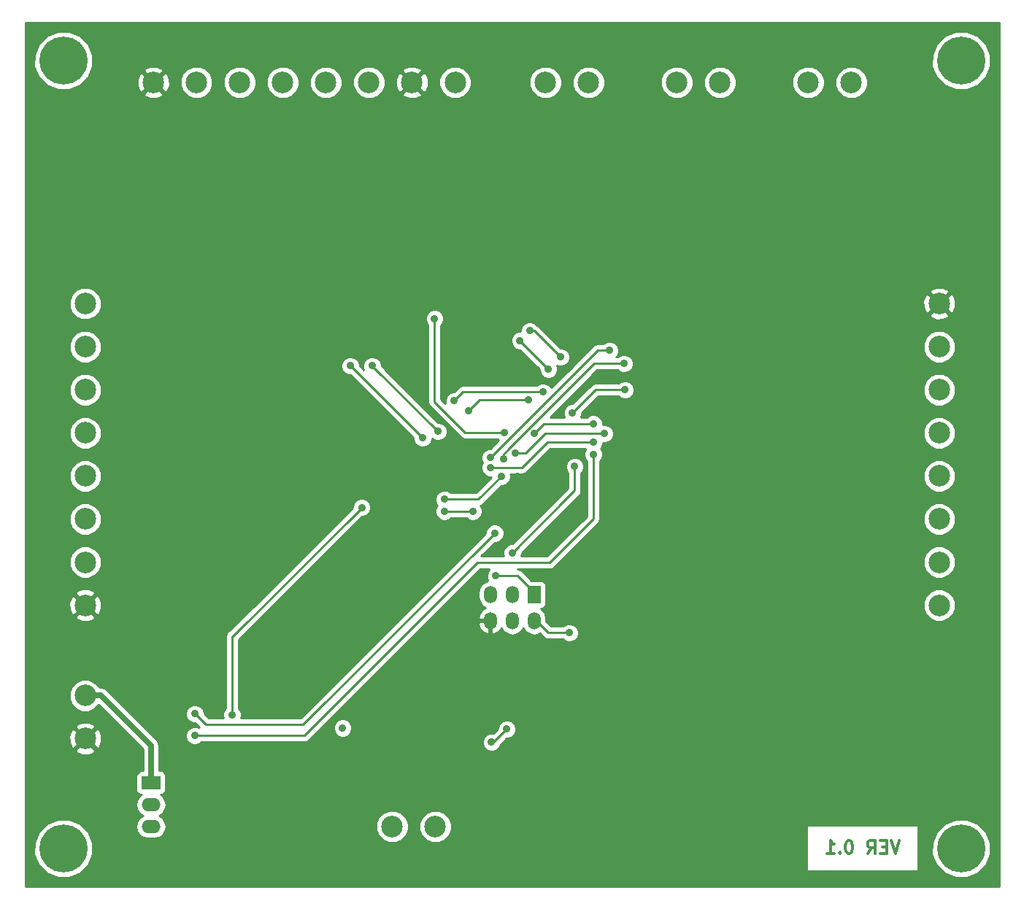
<source format=gbl>
G04 (created by PCBNEW (2013-may-18)-stable) date Wed 01 Apr 2015 05:00:06 PM EDT*
%MOIN*%
G04 Gerber Fmt 3.4, Leading zero omitted, Abs format*
%FSLAX34Y34*%
G01*
G70*
G90*
G04 APERTURE LIST*
%ADD10C,0.00590551*%
%ADD11C,0.011811*%
%ADD12C,0.219*%
%ADD13R,0.06X0.0787*%
%ADD14O,0.06X0.0787*%
%ADD15R,0.0866X0.06*%
%ADD16O,0.0866X0.06*%
%ADD17C,0.0984252*%
%ADD18C,0.035*%
%ADD19C,0.045*%
%ADD20C,0.01*%
%ADD21C,0.025*%
G04 APERTURE END LIST*
G54D10*
G54D11*
X57187Y-55648D02*
X56990Y-56239D01*
X56793Y-55648D01*
X56596Y-55929D02*
X56399Y-55929D01*
X56315Y-56239D02*
X56596Y-56239D01*
X56596Y-55648D01*
X56315Y-55648D01*
X55724Y-56239D02*
X55921Y-55957D01*
X56062Y-56239D02*
X56062Y-55648D01*
X55837Y-55648D01*
X55781Y-55676D01*
X55753Y-55704D01*
X55724Y-55760D01*
X55724Y-55845D01*
X55753Y-55901D01*
X55781Y-55929D01*
X55837Y-55957D01*
X56062Y-55957D01*
X54909Y-55648D02*
X54853Y-55648D01*
X54796Y-55676D01*
X54768Y-55704D01*
X54740Y-55760D01*
X54712Y-55873D01*
X54712Y-56014D01*
X54740Y-56126D01*
X54768Y-56182D01*
X54796Y-56210D01*
X54853Y-56239D01*
X54909Y-56239D01*
X54965Y-56210D01*
X54993Y-56182D01*
X55021Y-56126D01*
X55050Y-56014D01*
X55050Y-55873D01*
X55021Y-55760D01*
X54993Y-55704D01*
X54965Y-55676D01*
X54909Y-55648D01*
X54459Y-56182D02*
X54431Y-56210D01*
X54459Y-56239D01*
X54487Y-56210D01*
X54459Y-56182D01*
X54459Y-56239D01*
X53868Y-56239D02*
X54206Y-56239D01*
X54037Y-56239D02*
X54037Y-55648D01*
X54093Y-55732D01*
X54150Y-55789D01*
X54206Y-55817D01*
G54D12*
X19000Y-20000D03*
X60000Y-20000D03*
X60000Y-56000D03*
G54D13*
X40500Y-44402D03*
G54D14*
X40500Y-45598D03*
X39500Y-44402D03*
X39500Y-45598D03*
X38500Y-44402D03*
X38500Y-45598D03*
G54D15*
X23000Y-53000D03*
G54D16*
X23000Y-54000D03*
X23000Y-55000D03*
G54D17*
X59000Y-31110D03*
X59000Y-33078D03*
X59000Y-35047D03*
X59000Y-37015D03*
X59000Y-38984D03*
X59000Y-40952D03*
X59000Y-44889D03*
X59000Y-42921D03*
X23110Y-21000D03*
X25078Y-21000D03*
X27047Y-21000D03*
X29015Y-21000D03*
X30984Y-21000D03*
X32952Y-21000D03*
X36889Y-21000D03*
X34921Y-21000D03*
X20000Y-44889D03*
X20000Y-42921D03*
X20000Y-40952D03*
X20000Y-38984D03*
X20000Y-37015D03*
X20000Y-35047D03*
X20000Y-31110D03*
X20000Y-33078D03*
X42984Y-21000D03*
X41015Y-21000D03*
X20000Y-49015D03*
X20000Y-50984D03*
X48984Y-21000D03*
X47015Y-21000D03*
X54984Y-21000D03*
X53015Y-21000D03*
X34015Y-55000D03*
X35984Y-55000D03*
G54D12*
X19000Y-56000D03*
G54D18*
X41700Y-33550D03*
X40300Y-32350D03*
X39850Y-32800D03*
X41150Y-34100D03*
X33100Y-33950D03*
X36100Y-36950D03*
X35400Y-37250D03*
X32100Y-33950D03*
X40250Y-35500D03*
X37500Y-36000D03*
X40900Y-35150D03*
X36850Y-35550D03*
X39150Y-37000D03*
X35950Y-31800D03*
X39250Y-50550D03*
X38550Y-51150D03*
X31750Y-50500D03*
X43200Y-38000D03*
X25000Y-50850D03*
X38700Y-41600D03*
X25000Y-49850D03*
X44650Y-35047D03*
X42250Y-36100D03*
X43200Y-36600D03*
X40500Y-37050D03*
X43200Y-37450D03*
X38500Y-38600D03*
X36400Y-40600D03*
X37700Y-40600D03*
X38750Y-43550D03*
X36400Y-40050D03*
X39000Y-39000D03*
X32625Y-40425D03*
X26704Y-49896D03*
X42350Y-38550D03*
X39500Y-42500D03*
X43700Y-37050D03*
X39650Y-37950D03*
X38500Y-38150D03*
X43950Y-33250D03*
X39100Y-38200D03*
X44600Y-33850D03*
X54000Y-30000D03*
X48000Y-30000D03*
X42000Y-30000D03*
X39750Y-39000D03*
X27700Y-51500D03*
X24700Y-51750D03*
X27900Y-49000D03*
X35604Y-50204D03*
X39850Y-34300D03*
X32700Y-43250D03*
X39500Y-41600D03*
X43000Y-41796D03*
X27500Y-52400D03*
G54D19*
X25900Y-47750D03*
X30000Y-43900D03*
G54D18*
X42100Y-46150D03*
G54D20*
X41700Y-33550D02*
X40500Y-32350D01*
X40500Y-32350D02*
X40300Y-32350D01*
X39850Y-32800D02*
X41150Y-34100D01*
X36100Y-36950D02*
X33150Y-34000D01*
X33100Y-33950D02*
X33150Y-34000D01*
X32100Y-33950D02*
X35400Y-37250D01*
X38000Y-35500D02*
X40250Y-35500D01*
X37500Y-36000D02*
X38000Y-35500D01*
X37250Y-35150D02*
X40900Y-35150D01*
X36850Y-35550D02*
X37250Y-35150D01*
X39150Y-37000D02*
X37350Y-37000D01*
X35950Y-35600D02*
X35950Y-31800D01*
X37350Y-37000D02*
X35950Y-35600D01*
X39250Y-50550D02*
X38650Y-51150D01*
X38550Y-51150D02*
X38650Y-51150D01*
X28450Y-50850D02*
X30000Y-50850D01*
X41200Y-42950D02*
X43200Y-40950D01*
X43200Y-40950D02*
X43200Y-39250D01*
X25000Y-50850D02*
X28450Y-50850D01*
X43200Y-39250D02*
X43200Y-38000D01*
X39500Y-42950D02*
X41200Y-42950D01*
X37900Y-42950D02*
X39500Y-42950D01*
X30000Y-50850D02*
X37900Y-42950D01*
X28400Y-50350D02*
X29950Y-50350D01*
X29950Y-50350D02*
X38700Y-41600D01*
X25500Y-50350D02*
X25000Y-49850D01*
X28450Y-50350D02*
X28400Y-50350D01*
X28400Y-50350D02*
X25500Y-50350D01*
X43302Y-35047D02*
X44650Y-35047D01*
X42250Y-36100D02*
X43302Y-35047D01*
X40950Y-36600D02*
X43200Y-36600D01*
X40500Y-37050D02*
X40550Y-37000D01*
X40550Y-37000D02*
X40950Y-36600D01*
X41100Y-37450D02*
X39950Y-38600D01*
X41100Y-37450D02*
X43200Y-37450D01*
X39950Y-38600D02*
X38500Y-38600D01*
X37700Y-40600D02*
X36400Y-40600D01*
X40500Y-44300D02*
X40500Y-44500D01*
X39750Y-43550D02*
X40500Y-44300D01*
X38750Y-43550D02*
X39750Y-43550D01*
X37950Y-40050D02*
X36400Y-40050D01*
X39000Y-39000D02*
X37950Y-40050D01*
X32625Y-40425D02*
X26704Y-46346D01*
X26700Y-46300D02*
X26704Y-46300D01*
X26704Y-46304D02*
X26700Y-46300D01*
X26704Y-46346D02*
X26704Y-46304D01*
X26704Y-49896D02*
X26704Y-46300D01*
X26704Y-49896D02*
X26700Y-49900D01*
X41950Y-40050D02*
X42350Y-39650D01*
X39500Y-42500D02*
X41950Y-40050D01*
X42350Y-39650D02*
X42350Y-38550D01*
X41000Y-37050D02*
X43700Y-37050D01*
X40100Y-37950D02*
X41000Y-37050D01*
X39650Y-37950D02*
X40100Y-37950D01*
X43950Y-33250D02*
X43400Y-33250D01*
X43400Y-33250D02*
X38500Y-38150D01*
X39100Y-38000D02*
X39100Y-38200D01*
X43250Y-33850D02*
X39350Y-37750D01*
X44600Y-33850D02*
X43250Y-33850D01*
X39350Y-37750D02*
X39100Y-38000D01*
G54D21*
X20000Y-49015D02*
X20715Y-49015D01*
X23000Y-51300D02*
X23000Y-53000D01*
X20715Y-49015D02*
X23000Y-51300D01*
G54D20*
X35604Y-50204D02*
X35600Y-50200D01*
X43000Y-41796D02*
X43000Y-41800D01*
X41150Y-46150D02*
X40500Y-45500D01*
X42100Y-46150D02*
X41150Y-46150D01*
G54D10*
G36*
X61730Y-57730D02*
X61345Y-57730D01*
X61345Y-55733D01*
X61345Y-19733D01*
X61140Y-19239D01*
X60762Y-18860D01*
X60268Y-18655D01*
X59733Y-18654D01*
X59239Y-18859D01*
X58860Y-19237D01*
X58655Y-19731D01*
X58654Y-20266D01*
X58859Y-20760D01*
X59237Y-21139D01*
X59731Y-21344D01*
X60266Y-21345D01*
X60760Y-21140D01*
X61139Y-20762D01*
X61344Y-20268D01*
X61345Y-19733D01*
X61345Y-55733D01*
X61140Y-55239D01*
X60762Y-54860D01*
X60268Y-54655D01*
X59745Y-54654D01*
X59745Y-31237D01*
X59737Y-30942D01*
X59640Y-30706D01*
X59524Y-30656D01*
X59454Y-30726D01*
X59454Y-30585D01*
X59403Y-30470D01*
X59127Y-30364D01*
X58832Y-30372D01*
X58596Y-30470D01*
X58545Y-30585D01*
X59000Y-31039D01*
X59454Y-30585D01*
X59454Y-30726D01*
X59070Y-31110D01*
X59524Y-31564D01*
X59640Y-31513D01*
X59745Y-31237D01*
X59745Y-54654D01*
X59742Y-54654D01*
X59742Y-44742D01*
X59742Y-42774D01*
X59742Y-40805D01*
X59742Y-38837D01*
X59742Y-36868D01*
X59742Y-34900D01*
X59742Y-32931D01*
X59629Y-32658D01*
X59454Y-32483D01*
X59454Y-31635D01*
X59000Y-31180D01*
X58929Y-31251D01*
X58929Y-31110D01*
X58475Y-30656D01*
X58359Y-30706D01*
X58254Y-30982D01*
X58262Y-31277D01*
X58359Y-31513D01*
X58475Y-31564D01*
X58929Y-31110D01*
X58929Y-31251D01*
X58545Y-31635D01*
X58596Y-31750D01*
X58872Y-31856D01*
X59167Y-31848D01*
X59403Y-31750D01*
X59454Y-31635D01*
X59454Y-32483D01*
X59420Y-32449D01*
X59148Y-32336D01*
X58853Y-32336D01*
X58580Y-32449D01*
X58371Y-32657D01*
X58258Y-32930D01*
X58257Y-33225D01*
X58370Y-33498D01*
X58579Y-33707D01*
X58851Y-33820D01*
X59146Y-33820D01*
X59419Y-33708D01*
X59628Y-33499D01*
X59741Y-33227D01*
X59742Y-32931D01*
X59742Y-34900D01*
X59629Y-34627D01*
X59420Y-34418D01*
X59148Y-34305D01*
X58853Y-34304D01*
X58580Y-34417D01*
X58371Y-34626D01*
X58258Y-34898D01*
X58257Y-35194D01*
X58370Y-35467D01*
X58579Y-35676D01*
X58851Y-35789D01*
X59146Y-35789D01*
X59419Y-35676D01*
X59628Y-35468D01*
X59741Y-35195D01*
X59742Y-34900D01*
X59742Y-36868D01*
X59629Y-36595D01*
X59420Y-36386D01*
X59148Y-36273D01*
X58853Y-36273D01*
X58580Y-36386D01*
X58371Y-36594D01*
X58258Y-36867D01*
X58257Y-37162D01*
X58370Y-37435D01*
X58579Y-37644D01*
X58851Y-37757D01*
X59146Y-37758D01*
X59419Y-37645D01*
X59628Y-37436D01*
X59741Y-37164D01*
X59742Y-36868D01*
X59742Y-38837D01*
X59629Y-38564D01*
X59420Y-38355D01*
X59148Y-38242D01*
X58853Y-38241D01*
X58580Y-38354D01*
X58371Y-38563D01*
X58258Y-38835D01*
X58257Y-39131D01*
X58370Y-39404D01*
X58579Y-39613D01*
X58851Y-39726D01*
X59146Y-39726D01*
X59419Y-39613D01*
X59628Y-39405D01*
X59741Y-39132D01*
X59742Y-38837D01*
X59742Y-40805D01*
X59629Y-40532D01*
X59420Y-40323D01*
X59148Y-40210D01*
X58853Y-40210D01*
X58580Y-40323D01*
X58371Y-40531D01*
X58258Y-40804D01*
X58257Y-41099D01*
X58370Y-41372D01*
X58579Y-41581D01*
X58851Y-41694D01*
X59146Y-41695D01*
X59419Y-41582D01*
X59628Y-41373D01*
X59741Y-41101D01*
X59742Y-40805D01*
X59742Y-42774D01*
X59629Y-42501D01*
X59420Y-42292D01*
X59148Y-42179D01*
X58853Y-42179D01*
X58580Y-42291D01*
X58371Y-42500D01*
X58258Y-42772D01*
X58257Y-43068D01*
X58370Y-43341D01*
X58579Y-43550D01*
X58851Y-43663D01*
X59146Y-43663D01*
X59419Y-43550D01*
X59628Y-43342D01*
X59741Y-43069D01*
X59742Y-42774D01*
X59742Y-44742D01*
X59629Y-44469D01*
X59420Y-44260D01*
X59148Y-44147D01*
X58853Y-44147D01*
X58580Y-44260D01*
X58371Y-44468D01*
X58258Y-44741D01*
X58257Y-45036D01*
X58370Y-45309D01*
X58579Y-45518D01*
X58851Y-45631D01*
X59146Y-45632D01*
X59419Y-45519D01*
X59628Y-45310D01*
X59741Y-45038D01*
X59742Y-44742D01*
X59742Y-54654D01*
X59733Y-54654D01*
X59239Y-54859D01*
X58860Y-55237D01*
X58655Y-55731D01*
X58654Y-56266D01*
X58859Y-56760D01*
X59237Y-57139D01*
X59731Y-57344D01*
X60266Y-57345D01*
X60760Y-57140D01*
X61139Y-56762D01*
X61344Y-56268D01*
X61345Y-55733D01*
X61345Y-57730D01*
X58050Y-57730D01*
X58050Y-57050D01*
X58050Y-54950D01*
X55726Y-54950D01*
X55726Y-20853D01*
X55613Y-20580D01*
X55405Y-20371D01*
X55132Y-20258D01*
X54837Y-20257D01*
X54564Y-20370D01*
X54355Y-20579D01*
X54242Y-20851D01*
X54241Y-21146D01*
X54354Y-21419D01*
X54563Y-21628D01*
X54835Y-21741D01*
X55131Y-21742D01*
X55404Y-21629D01*
X55613Y-21420D01*
X55726Y-21148D01*
X55726Y-20853D01*
X55726Y-54950D01*
X53758Y-54950D01*
X53758Y-20853D01*
X53645Y-20580D01*
X53436Y-20371D01*
X53164Y-20258D01*
X52868Y-20257D01*
X52595Y-20370D01*
X52386Y-20579D01*
X52273Y-20851D01*
X52273Y-21146D01*
X52386Y-21419D01*
X52594Y-21628D01*
X52867Y-21741D01*
X53162Y-21742D01*
X53435Y-21629D01*
X53644Y-21420D01*
X53757Y-21148D01*
X53758Y-20853D01*
X53758Y-54950D01*
X52950Y-54950D01*
X52950Y-57050D01*
X58050Y-57050D01*
X58050Y-57730D01*
X49726Y-57730D01*
X49726Y-20853D01*
X49613Y-20580D01*
X49405Y-20371D01*
X49132Y-20258D01*
X48837Y-20257D01*
X48564Y-20370D01*
X48355Y-20579D01*
X48242Y-20851D01*
X48241Y-21146D01*
X48354Y-21419D01*
X48563Y-21628D01*
X48835Y-21741D01*
X49131Y-21742D01*
X49404Y-21629D01*
X49613Y-21420D01*
X49726Y-21148D01*
X49726Y-20853D01*
X49726Y-57730D01*
X47758Y-57730D01*
X47758Y-20853D01*
X47645Y-20580D01*
X47436Y-20371D01*
X47164Y-20258D01*
X46868Y-20257D01*
X46595Y-20370D01*
X46386Y-20579D01*
X46273Y-20851D01*
X46273Y-21146D01*
X46386Y-21419D01*
X46594Y-21628D01*
X46867Y-21741D01*
X47162Y-21742D01*
X47435Y-21629D01*
X47644Y-21420D01*
X47757Y-21148D01*
X47758Y-20853D01*
X47758Y-57730D01*
X45075Y-57730D01*
X45075Y-34963D01*
X45010Y-34806D01*
X44891Y-34687D01*
X44734Y-34622D01*
X44565Y-34622D01*
X44409Y-34686D01*
X44348Y-34747D01*
X43302Y-34747D01*
X43187Y-34770D01*
X43090Y-34835D01*
X42250Y-35675D01*
X42165Y-35674D01*
X42009Y-35739D01*
X41889Y-35858D01*
X41825Y-36015D01*
X41824Y-36184D01*
X41872Y-36300D01*
X41224Y-36300D01*
X43374Y-34150D01*
X44298Y-34150D01*
X44358Y-34210D01*
X44515Y-34274D01*
X44684Y-34275D01*
X44840Y-34210D01*
X44960Y-34091D01*
X45024Y-33934D01*
X45025Y-33765D01*
X44960Y-33609D01*
X44841Y-33489D01*
X44684Y-33425D01*
X44515Y-33424D01*
X44359Y-33489D01*
X44298Y-33550D01*
X44251Y-33550D01*
X44310Y-33491D01*
X44374Y-33334D01*
X44375Y-33165D01*
X44310Y-33009D01*
X44191Y-32889D01*
X44034Y-32825D01*
X43865Y-32824D01*
X43726Y-32882D01*
X43726Y-20853D01*
X43613Y-20580D01*
X43405Y-20371D01*
X43132Y-20258D01*
X42837Y-20257D01*
X42564Y-20370D01*
X42355Y-20579D01*
X42242Y-20851D01*
X42241Y-21146D01*
X42354Y-21419D01*
X42563Y-21628D01*
X42835Y-21741D01*
X43131Y-21742D01*
X43404Y-21629D01*
X43613Y-21420D01*
X43726Y-21148D01*
X43726Y-20853D01*
X43726Y-32882D01*
X43709Y-32889D01*
X43648Y-32950D01*
X43400Y-32950D01*
X43285Y-32972D01*
X43187Y-33037D01*
X42125Y-34100D01*
X42125Y-33465D01*
X42060Y-33309D01*
X41941Y-33189D01*
X41784Y-33125D01*
X41758Y-33125D01*
X41758Y-20853D01*
X41645Y-20580D01*
X41436Y-20371D01*
X41164Y-20258D01*
X40868Y-20257D01*
X40595Y-20370D01*
X40386Y-20579D01*
X40273Y-20851D01*
X40273Y-21146D01*
X40386Y-21419D01*
X40594Y-21628D01*
X40867Y-21741D01*
X41162Y-21742D01*
X41435Y-21629D01*
X41644Y-21420D01*
X41757Y-21148D01*
X41758Y-20853D01*
X41758Y-33125D01*
X41699Y-33124D01*
X40712Y-32137D01*
X40641Y-32090D01*
X40541Y-31989D01*
X40384Y-31925D01*
X40215Y-31924D01*
X40059Y-31989D01*
X39939Y-32108D01*
X39875Y-32265D01*
X39874Y-32375D01*
X39765Y-32374D01*
X39609Y-32439D01*
X39489Y-32558D01*
X39425Y-32715D01*
X39424Y-32884D01*
X39489Y-33040D01*
X39608Y-33160D01*
X39765Y-33224D01*
X39850Y-33225D01*
X40725Y-34099D01*
X40724Y-34184D01*
X40789Y-34340D01*
X40908Y-34460D01*
X41065Y-34524D01*
X41234Y-34525D01*
X41390Y-34460D01*
X41510Y-34341D01*
X41574Y-34184D01*
X41575Y-34015D01*
X41546Y-33946D01*
X41615Y-33974D01*
X41784Y-33975D01*
X41940Y-33910D01*
X42060Y-33791D01*
X42124Y-33634D01*
X42125Y-33465D01*
X42125Y-34100D01*
X41276Y-34948D01*
X41260Y-34909D01*
X41141Y-34789D01*
X40984Y-34725D01*
X40815Y-34724D01*
X40659Y-34789D01*
X40598Y-34850D01*
X37632Y-34850D01*
X37632Y-20853D01*
X37519Y-20580D01*
X37310Y-20371D01*
X37038Y-20258D01*
X36742Y-20257D01*
X36469Y-20370D01*
X36260Y-20579D01*
X36147Y-20851D01*
X36147Y-21146D01*
X36260Y-21419D01*
X36468Y-21628D01*
X36741Y-21741D01*
X37036Y-21742D01*
X37309Y-21629D01*
X37518Y-21420D01*
X37631Y-21148D01*
X37632Y-20853D01*
X37632Y-34850D01*
X37250Y-34850D01*
X37135Y-34872D01*
X37037Y-34937D01*
X36850Y-35125D01*
X36765Y-35124D01*
X36609Y-35189D01*
X36489Y-35308D01*
X36425Y-35465D01*
X36424Y-35634D01*
X36436Y-35662D01*
X36250Y-35475D01*
X36250Y-32101D01*
X36310Y-32041D01*
X36374Y-31884D01*
X36375Y-31715D01*
X36310Y-31559D01*
X36191Y-31439D01*
X36034Y-31375D01*
X35865Y-31374D01*
X35709Y-31439D01*
X35667Y-31481D01*
X35667Y-21127D01*
X35659Y-20832D01*
X35561Y-20596D01*
X35446Y-20545D01*
X35375Y-20616D01*
X35375Y-20475D01*
X35324Y-20359D01*
X35048Y-20254D01*
X34753Y-20262D01*
X34517Y-20359D01*
X34467Y-20475D01*
X34921Y-20929D01*
X35375Y-20475D01*
X35375Y-20616D01*
X34991Y-21000D01*
X35446Y-21454D01*
X35561Y-21403D01*
X35667Y-21127D01*
X35667Y-31481D01*
X35589Y-31558D01*
X35525Y-31715D01*
X35524Y-31884D01*
X35589Y-32040D01*
X35650Y-32101D01*
X35650Y-35600D01*
X35672Y-35714D01*
X35737Y-35812D01*
X37137Y-37212D01*
X37137Y-37212D01*
X37235Y-37277D01*
X37350Y-37300D01*
X38848Y-37300D01*
X38887Y-37338D01*
X38500Y-37725D01*
X38415Y-37724D01*
X38259Y-37789D01*
X38139Y-37908D01*
X38075Y-38065D01*
X38074Y-38234D01*
X38133Y-38375D01*
X38075Y-38515D01*
X38074Y-38684D01*
X38139Y-38840D01*
X38258Y-38960D01*
X38415Y-39024D01*
X38550Y-39025D01*
X37825Y-39750D01*
X36701Y-39750D01*
X36641Y-39689D01*
X36525Y-39641D01*
X36525Y-36865D01*
X36460Y-36709D01*
X36341Y-36589D01*
X36184Y-36525D01*
X36099Y-36524D01*
X35375Y-35801D01*
X35375Y-21524D01*
X34921Y-21070D01*
X34850Y-21141D01*
X34850Y-21000D01*
X34396Y-20545D01*
X34281Y-20596D01*
X34175Y-20872D01*
X34183Y-21167D01*
X34281Y-21403D01*
X34396Y-21454D01*
X34850Y-21000D01*
X34850Y-21141D01*
X34467Y-21524D01*
X34517Y-21640D01*
X34793Y-21745D01*
X35088Y-21737D01*
X35324Y-21640D01*
X35375Y-21524D01*
X35375Y-35801D01*
X33695Y-34120D01*
X33695Y-20853D01*
X33582Y-20580D01*
X33373Y-20371D01*
X33101Y-20258D01*
X32805Y-20257D01*
X32532Y-20370D01*
X32323Y-20579D01*
X32210Y-20851D01*
X32210Y-21146D01*
X32323Y-21419D01*
X32531Y-21628D01*
X32804Y-21741D01*
X33099Y-21742D01*
X33372Y-21629D01*
X33581Y-21420D01*
X33694Y-21148D01*
X33695Y-20853D01*
X33695Y-34120D01*
X33524Y-33950D01*
X33525Y-33865D01*
X33460Y-33709D01*
X33341Y-33589D01*
X33184Y-33525D01*
X33015Y-33524D01*
X32859Y-33589D01*
X32739Y-33708D01*
X32675Y-33865D01*
X32674Y-34034D01*
X32721Y-34147D01*
X32524Y-33950D01*
X32525Y-33865D01*
X32460Y-33709D01*
X32341Y-33589D01*
X32184Y-33525D01*
X32015Y-33524D01*
X31859Y-33589D01*
X31739Y-33708D01*
X31726Y-33741D01*
X31726Y-20853D01*
X31613Y-20580D01*
X31405Y-20371D01*
X31132Y-20258D01*
X30837Y-20257D01*
X30564Y-20370D01*
X30355Y-20579D01*
X30242Y-20851D01*
X30241Y-21146D01*
X30354Y-21419D01*
X30563Y-21628D01*
X30835Y-21741D01*
X31131Y-21742D01*
X31404Y-21629D01*
X31613Y-21420D01*
X31726Y-21148D01*
X31726Y-20853D01*
X31726Y-33741D01*
X31675Y-33865D01*
X31674Y-34034D01*
X31739Y-34190D01*
X31858Y-34310D01*
X32015Y-34374D01*
X32100Y-34375D01*
X34975Y-37249D01*
X34974Y-37334D01*
X35039Y-37490D01*
X35158Y-37610D01*
X35315Y-37674D01*
X35484Y-37675D01*
X35640Y-37610D01*
X35760Y-37491D01*
X35824Y-37334D01*
X35824Y-37276D01*
X35858Y-37310D01*
X36015Y-37374D01*
X36184Y-37375D01*
X36340Y-37310D01*
X36460Y-37191D01*
X36524Y-37034D01*
X36525Y-36865D01*
X36525Y-39641D01*
X36484Y-39625D01*
X36315Y-39624D01*
X36159Y-39689D01*
X36039Y-39808D01*
X35975Y-39965D01*
X35974Y-40134D01*
X36039Y-40290D01*
X36073Y-40324D01*
X36039Y-40358D01*
X35975Y-40515D01*
X35974Y-40684D01*
X36039Y-40840D01*
X36158Y-40960D01*
X36315Y-41024D01*
X36484Y-41025D01*
X36640Y-40960D01*
X36701Y-40900D01*
X37398Y-40900D01*
X37458Y-40960D01*
X37615Y-41024D01*
X37784Y-41025D01*
X37940Y-40960D01*
X38060Y-40841D01*
X38124Y-40684D01*
X38125Y-40515D01*
X38060Y-40359D01*
X38034Y-40333D01*
X38064Y-40327D01*
X38064Y-40327D01*
X38162Y-40262D01*
X38999Y-39424D01*
X39084Y-39425D01*
X39240Y-39360D01*
X39360Y-39241D01*
X39424Y-39084D01*
X39425Y-38915D01*
X39418Y-38900D01*
X39950Y-38900D01*
X39950Y-38899D01*
X40064Y-38877D01*
X40064Y-38877D01*
X40162Y-38812D01*
X41224Y-37750D01*
X42848Y-37750D01*
X42839Y-37758D01*
X42775Y-37915D01*
X42774Y-38084D01*
X42839Y-38240D01*
X42900Y-38301D01*
X42900Y-39250D01*
X42900Y-40825D01*
X41075Y-42650D01*
X39897Y-42650D01*
X39924Y-42584D01*
X39925Y-42499D01*
X42162Y-40262D01*
X42162Y-40262D01*
X42162Y-40262D01*
X42562Y-39862D01*
X42562Y-39862D01*
X42627Y-39764D01*
X42649Y-39650D01*
X42650Y-39650D01*
X42650Y-38851D01*
X42710Y-38791D01*
X42774Y-38634D01*
X42775Y-38465D01*
X42710Y-38309D01*
X42591Y-38189D01*
X42434Y-38125D01*
X42265Y-38124D01*
X42109Y-38189D01*
X41989Y-38308D01*
X41925Y-38465D01*
X41924Y-38634D01*
X41989Y-38790D01*
X42050Y-38851D01*
X42050Y-39525D01*
X41737Y-39837D01*
X41737Y-39837D01*
X39500Y-42075D01*
X39415Y-42074D01*
X39259Y-42139D01*
X39139Y-42258D01*
X39075Y-42415D01*
X39074Y-42584D01*
X39102Y-42650D01*
X38074Y-42650D01*
X38699Y-42024D01*
X38784Y-42025D01*
X38940Y-41960D01*
X39060Y-41841D01*
X39124Y-41684D01*
X39125Y-41515D01*
X39060Y-41359D01*
X38941Y-41239D01*
X38784Y-41175D01*
X38615Y-41174D01*
X38459Y-41239D01*
X38339Y-41358D01*
X38275Y-41515D01*
X38274Y-41600D01*
X29825Y-50050D01*
X28450Y-50050D01*
X28400Y-50050D01*
X27100Y-50050D01*
X27128Y-49980D01*
X27129Y-49811D01*
X27064Y-49655D01*
X27004Y-49594D01*
X27004Y-46470D01*
X32624Y-40849D01*
X32709Y-40850D01*
X32865Y-40785D01*
X32985Y-40666D01*
X33049Y-40509D01*
X33050Y-40340D01*
X32985Y-40184D01*
X32866Y-40064D01*
X32709Y-40000D01*
X32540Y-39999D01*
X32384Y-40064D01*
X32264Y-40183D01*
X32200Y-40340D01*
X32199Y-40425D01*
X29758Y-42867D01*
X29758Y-20853D01*
X29645Y-20580D01*
X29436Y-20371D01*
X29164Y-20258D01*
X28868Y-20257D01*
X28595Y-20370D01*
X28386Y-20579D01*
X28273Y-20851D01*
X28273Y-21146D01*
X28386Y-21419D01*
X28594Y-21628D01*
X28867Y-21741D01*
X29162Y-21742D01*
X29435Y-21629D01*
X29644Y-21420D01*
X29757Y-21148D01*
X29758Y-20853D01*
X29758Y-42867D01*
X27789Y-44836D01*
X27789Y-20853D01*
X27676Y-20580D01*
X27468Y-20371D01*
X27195Y-20258D01*
X26900Y-20257D01*
X26627Y-20370D01*
X26418Y-20579D01*
X26305Y-20851D01*
X26304Y-21146D01*
X26417Y-21419D01*
X26626Y-21628D01*
X26898Y-21741D01*
X27194Y-21742D01*
X27467Y-21629D01*
X27676Y-21420D01*
X27789Y-21148D01*
X27789Y-20853D01*
X27789Y-44836D01*
X26607Y-46018D01*
X26585Y-46022D01*
X26487Y-46087D01*
X26422Y-46185D01*
X26400Y-46300D01*
X26404Y-46320D01*
X26404Y-46346D01*
X26404Y-49594D01*
X26343Y-49654D01*
X26279Y-49811D01*
X26278Y-49980D01*
X26307Y-50050D01*
X25820Y-50050D01*
X25820Y-20853D01*
X25708Y-20580D01*
X25499Y-20371D01*
X25227Y-20258D01*
X24931Y-20257D01*
X24658Y-20370D01*
X24449Y-20579D01*
X24336Y-20851D01*
X24336Y-21146D01*
X24449Y-21419D01*
X24657Y-21628D01*
X24930Y-21741D01*
X25225Y-21742D01*
X25498Y-21629D01*
X25707Y-21420D01*
X25820Y-21148D01*
X25820Y-20853D01*
X25820Y-50050D01*
X25624Y-50050D01*
X25424Y-49850D01*
X25425Y-49765D01*
X25360Y-49609D01*
X25241Y-49489D01*
X25084Y-49425D01*
X24915Y-49424D01*
X24759Y-49489D01*
X24639Y-49608D01*
X24575Y-49765D01*
X24574Y-49934D01*
X24639Y-50090D01*
X24758Y-50210D01*
X24915Y-50274D01*
X25000Y-50275D01*
X25197Y-50471D01*
X25084Y-50425D01*
X24915Y-50424D01*
X24759Y-50489D01*
X24639Y-50608D01*
X24575Y-50765D01*
X24574Y-50934D01*
X24639Y-51090D01*
X24758Y-51210D01*
X24915Y-51274D01*
X25084Y-51275D01*
X25240Y-51210D01*
X25301Y-51150D01*
X28450Y-51150D01*
X30000Y-51150D01*
X30000Y-51149D01*
X30114Y-51127D01*
X30114Y-51127D01*
X30212Y-51062D01*
X38024Y-43250D01*
X38448Y-43250D01*
X38389Y-43308D01*
X38325Y-43465D01*
X38324Y-43634D01*
X38380Y-43769D01*
X38289Y-43787D01*
X38111Y-43906D01*
X37991Y-44085D01*
X37950Y-44295D01*
X37950Y-44508D01*
X37991Y-44718D01*
X38111Y-44897D01*
X38276Y-45007D01*
X38140Y-45083D01*
X38006Y-45253D01*
X37948Y-45461D01*
X38010Y-45548D01*
X38450Y-45548D01*
X38450Y-45540D01*
X38550Y-45540D01*
X38550Y-45548D01*
X38557Y-45548D01*
X38557Y-45648D01*
X38550Y-45648D01*
X38550Y-46176D01*
X38635Y-46224D01*
X38671Y-46218D01*
X38859Y-46112D01*
X38993Y-45942D01*
X38998Y-45924D01*
X39111Y-46093D01*
X39289Y-46212D01*
X39500Y-46254D01*
X39710Y-46212D01*
X39888Y-46093D01*
X40000Y-45926D01*
X40111Y-46093D01*
X40289Y-46212D01*
X40500Y-46254D01*
X40710Y-46212D01*
X40756Y-46181D01*
X40937Y-46362D01*
X40937Y-46362D01*
X41035Y-46427D01*
X41150Y-46450D01*
X41798Y-46450D01*
X41858Y-46510D01*
X42015Y-46574D01*
X42184Y-46575D01*
X42340Y-46510D01*
X42460Y-46391D01*
X42524Y-46234D01*
X42525Y-46065D01*
X42460Y-45909D01*
X42341Y-45789D01*
X42184Y-45725D01*
X42015Y-45724D01*
X41859Y-45789D01*
X41798Y-45850D01*
X41274Y-45850D01*
X41050Y-45625D01*
X41050Y-45491D01*
X41008Y-45281D01*
X40888Y-45102D01*
X40802Y-45045D01*
X40849Y-45045D01*
X40941Y-45007D01*
X41011Y-44937D01*
X41049Y-44845D01*
X41050Y-44745D01*
X41050Y-43958D01*
X41012Y-43867D01*
X40941Y-43796D01*
X40849Y-43758D01*
X40750Y-43758D01*
X40382Y-43758D01*
X39962Y-43337D01*
X39864Y-43272D01*
X39750Y-43250D01*
X41200Y-43250D01*
X41200Y-43249D01*
X41314Y-43227D01*
X41314Y-43227D01*
X41412Y-43162D01*
X43412Y-41162D01*
X43412Y-41162D01*
X43477Y-41064D01*
X43499Y-40950D01*
X43500Y-40950D01*
X43500Y-39250D01*
X43500Y-38301D01*
X43560Y-38241D01*
X43624Y-38084D01*
X43625Y-37915D01*
X43560Y-37759D01*
X43526Y-37725D01*
X43560Y-37691D01*
X43624Y-37534D01*
X43624Y-37474D01*
X43784Y-37475D01*
X43940Y-37410D01*
X44060Y-37291D01*
X44124Y-37134D01*
X44125Y-36965D01*
X44060Y-36809D01*
X43941Y-36689D01*
X43784Y-36625D01*
X43624Y-36624D01*
X43625Y-36515D01*
X43560Y-36359D01*
X43441Y-36239D01*
X43284Y-36175D01*
X43115Y-36174D01*
X42959Y-36239D01*
X42898Y-36300D01*
X42627Y-36300D01*
X42674Y-36184D01*
X42675Y-36099D01*
X43427Y-35347D01*
X44348Y-35347D01*
X44408Y-35407D01*
X44565Y-35472D01*
X44734Y-35472D01*
X44890Y-35407D01*
X45010Y-35288D01*
X45074Y-35132D01*
X45075Y-34963D01*
X45075Y-57730D01*
X39675Y-57730D01*
X39675Y-50465D01*
X39610Y-50309D01*
X39491Y-50189D01*
X39334Y-50125D01*
X39165Y-50124D01*
X39009Y-50189D01*
X38889Y-50308D01*
X38825Y-50465D01*
X38824Y-50550D01*
X38646Y-50729D01*
X38634Y-50725D01*
X38465Y-50724D01*
X38450Y-50731D01*
X38450Y-46176D01*
X38450Y-45648D01*
X38010Y-45648D01*
X37948Y-45734D01*
X38006Y-45942D01*
X38140Y-46112D01*
X38328Y-46218D01*
X38364Y-46224D01*
X38450Y-46176D01*
X38450Y-50731D01*
X38309Y-50789D01*
X38189Y-50908D01*
X38125Y-51065D01*
X38124Y-51234D01*
X38189Y-51390D01*
X38308Y-51510D01*
X38465Y-51574D01*
X38634Y-51575D01*
X38790Y-51510D01*
X38910Y-51391D01*
X38964Y-51259D01*
X39249Y-50974D01*
X39334Y-50975D01*
X39490Y-50910D01*
X39610Y-50791D01*
X39674Y-50634D01*
X39675Y-50465D01*
X39675Y-57730D01*
X36726Y-57730D01*
X36726Y-54853D01*
X36613Y-54580D01*
X36405Y-54371D01*
X36132Y-54258D01*
X35837Y-54257D01*
X35564Y-54370D01*
X35355Y-54579D01*
X35242Y-54851D01*
X35241Y-55146D01*
X35354Y-55419D01*
X35563Y-55628D01*
X35835Y-55741D01*
X36131Y-55742D01*
X36404Y-55629D01*
X36613Y-55420D01*
X36726Y-55148D01*
X36726Y-54853D01*
X36726Y-57730D01*
X34758Y-57730D01*
X34758Y-54853D01*
X34645Y-54580D01*
X34436Y-54371D01*
X34164Y-54258D01*
X33868Y-54257D01*
X33595Y-54370D01*
X33386Y-54579D01*
X33273Y-54851D01*
X33273Y-55146D01*
X33386Y-55419D01*
X33594Y-55628D01*
X33867Y-55741D01*
X34162Y-55742D01*
X34435Y-55629D01*
X34644Y-55420D01*
X34757Y-55148D01*
X34758Y-54853D01*
X34758Y-57730D01*
X32175Y-57730D01*
X32175Y-50415D01*
X32110Y-50259D01*
X31991Y-50139D01*
X31834Y-50075D01*
X31665Y-50074D01*
X31509Y-50139D01*
X31389Y-50258D01*
X31325Y-50415D01*
X31324Y-50584D01*
X31389Y-50740D01*
X31508Y-50860D01*
X31665Y-50924D01*
X31834Y-50925D01*
X31990Y-50860D01*
X32110Y-50741D01*
X32174Y-50584D01*
X32175Y-50415D01*
X32175Y-57730D01*
X23856Y-57730D01*
X23856Y-21127D01*
X23848Y-20832D01*
X23750Y-20596D01*
X23635Y-20545D01*
X23564Y-20616D01*
X23564Y-20475D01*
X23513Y-20359D01*
X23237Y-20254D01*
X22942Y-20262D01*
X22706Y-20359D01*
X22656Y-20475D01*
X23110Y-20929D01*
X23564Y-20475D01*
X23564Y-20616D01*
X23180Y-21000D01*
X23635Y-21454D01*
X23750Y-21403D01*
X23856Y-21127D01*
X23856Y-57730D01*
X23696Y-57730D01*
X23696Y-55000D01*
X23654Y-54789D01*
X23535Y-54611D01*
X23369Y-54500D01*
X23535Y-54388D01*
X23654Y-54210D01*
X23696Y-54000D01*
X23654Y-53789D01*
X23535Y-53611D01*
X23443Y-53550D01*
X23482Y-53550D01*
X23574Y-53512D01*
X23644Y-53441D01*
X23682Y-53349D01*
X23683Y-53250D01*
X23683Y-52650D01*
X23645Y-52558D01*
X23574Y-52488D01*
X23564Y-52483D01*
X23564Y-21524D01*
X23110Y-21070D01*
X23039Y-21141D01*
X23039Y-21000D01*
X22585Y-20545D01*
X22470Y-20596D01*
X22364Y-20872D01*
X22372Y-21167D01*
X22470Y-21403D01*
X22585Y-21454D01*
X23039Y-21000D01*
X23039Y-21141D01*
X22656Y-21524D01*
X22706Y-21640D01*
X22982Y-21745D01*
X23277Y-21737D01*
X23513Y-21640D01*
X23564Y-21524D01*
X23564Y-52483D01*
X23482Y-52450D01*
X23383Y-52449D01*
X23375Y-52449D01*
X23375Y-51300D01*
X23346Y-51156D01*
X23265Y-51034D01*
X20980Y-48750D01*
X20859Y-48669D01*
X20745Y-48646D01*
X20745Y-45017D01*
X20742Y-44884D01*
X20742Y-42774D01*
X20742Y-40805D01*
X20742Y-38837D01*
X20742Y-36868D01*
X20742Y-34900D01*
X20742Y-32931D01*
X20742Y-30963D01*
X20629Y-30690D01*
X20420Y-30481D01*
X20345Y-30450D01*
X20345Y-19733D01*
X20140Y-19239D01*
X19762Y-18860D01*
X19268Y-18655D01*
X18733Y-18654D01*
X18239Y-18859D01*
X17860Y-19237D01*
X17655Y-19731D01*
X17654Y-20266D01*
X17859Y-20760D01*
X18237Y-21139D01*
X18731Y-21344D01*
X19266Y-21345D01*
X19760Y-21140D01*
X20139Y-20762D01*
X20344Y-20268D01*
X20345Y-19733D01*
X20345Y-30450D01*
X20148Y-30368D01*
X19853Y-30367D01*
X19580Y-30480D01*
X19371Y-30689D01*
X19258Y-30961D01*
X19257Y-31257D01*
X19370Y-31530D01*
X19579Y-31739D01*
X19851Y-31852D01*
X20146Y-31852D01*
X20419Y-31739D01*
X20628Y-31531D01*
X20741Y-31258D01*
X20742Y-30963D01*
X20742Y-32931D01*
X20629Y-32658D01*
X20420Y-32449D01*
X20148Y-32336D01*
X19853Y-32336D01*
X19580Y-32449D01*
X19371Y-32657D01*
X19258Y-32930D01*
X19257Y-33225D01*
X19370Y-33498D01*
X19579Y-33707D01*
X19851Y-33820D01*
X20146Y-33820D01*
X20419Y-33708D01*
X20628Y-33499D01*
X20741Y-33227D01*
X20742Y-32931D01*
X20742Y-34900D01*
X20629Y-34627D01*
X20420Y-34418D01*
X20148Y-34305D01*
X19853Y-34304D01*
X19580Y-34417D01*
X19371Y-34626D01*
X19258Y-34898D01*
X19257Y-35194D01*
X19370Y-35467D01*
X19579Y-35676D01*
X19851Y-35789D01*
X20146Y-35789D01*
X20419Y-35676D01*
X20628Y-35468D01*
X20741Y-35195D01*
X20742Y-34900D01*
X20742Y-36868D01*
X20629Y-36595D01*
X20420Y-36386D01*
X20148Y-36273D01*
X19853Y-36273D01*
X19580Y-36386D01*
X19371Y-36594D01*
X19258Y-36867D01*
X19257Y-37162D01*
X19370Y-37435D01*
X19579Y-37644D01*
X19851Y-37757D01*
X20146Y-37758D01*
X20419Y-37645D01*
X20628Y-37436D01*
X20741Y-37164D01*
X20742Y-36868D01*
X20742Y-38837D01*
X20629Y-38564D01*
X20420Y-38355D01*
X20148Y-38242D01*
X19853Y-38241D01*
X19580Y-38354D01*
X19371Y-38563D01*
X19258Y-38835D01*
X19257Y-39131D01*
X19370Y-39404D01*
X19579Y-39613D01*
X19851Y-39726D01*
X20146Y-39726D01*
X20419Y-39613D01*
X20628Y-39405D01*
X20741Y-39132D01*
X20742Y-38837D01*
X20742Y-40805D01*
X20629Y-40532D01*
X20420Y-40323D01*
X20148Y-40210D01*
X19853Y-40210D01*
X19580Y-40323D01*
X19371Y-40531D01*
X19258Y-40804D01*
X19257Y-41099D01*
X19370Y-41372D01*
X19579Y-41581D01*
X19851Y-41694D01*
X20146Y-41695D01*
X20419Y-41582D01*
X20628Y-41373D01*
X20741Y-41101D01*
X20742Y-40805D01*
X20742Y-42774D01*
X20629Y-42501D01*
X20420Y-42292D01*
X20148Y-42179D01*
X19853Y-42179D01*
X19580Y-42291D01*
X19371Y-42500D01*
X19258Y-42772D01*
X19257Y-43068D01*
X19370Y-43341D01*
X19579Y-43550D01*
X19851Y-43663D01*
X20146Y-43663D01*
X20419Y-43550D01*
X20628Y-43342D01*
X20741Y-43069D01*
X20742Y-42774D01*
X20742Y-44884D01*
X20737Y-44722D01*
X20640Y-44486D01*
X20524Y-44435D01*
X20454Y-44506D01*
X20454Y-44364D01*
X20403Y-44249D01*
X20127Y-44143D01*
X19832Y-44151D01*
X19596Y-44249D01*
X19545Y-44364D01*
X20000Y-44819D01*
X20454Y-44364D01*
X20454Y-44506D01*
X20070Y-44889D01*
X20524Y-45343D01*
X20640Y-45293D01*
X20745Y-45017D01*
X20745Y-48646D01*
X20715Y-48640D01*
X20648Y-48640D01*
X20629Y-48595D01*
X20454Y-48420D01*
X20454Y-45414D01*
X20000Y-44960D01*
X19929Y-45031D01*
X19929Y-44889D01*
X19475Y-44435D01*
X19359Y-44486D01*
X19254Y-44762D01*
X19262Y-45057D01*
X19359Y-45293D01*
X19475Y-45343D01*
X19929Y-44889D01*
X19929Y-45031D01*
X19545Y-45414D01*
X19596Y-45529D01*
X19872Y-45635D01*
X20167Y-45627D01*
X20403Y-45529D01*
X20454Y-45414D01*
X20454Y-48420D01*
X20420Y-48386D01*
X20148Y-48273D01*
X19853Y-48273D01*
X19580Y-48386D01*
X19371Y-48594D01*
X19258Y-48867D01*
X19257Y-49162D01*
X19370Y-49435D01*
X19579Y-49644D01*
X19851Y-49757D01*
X20146Y-49758D01*
X20419Y-49645D01*
X20617Y-49447D01*
X22625Y-51455D01*
X22625Y-52449D01*
X22517Y-52449D01*
X22425Y-52487D01*
X22355Y-52558D01*
X22317Y-52650D01*
X22316Y-52749D01*
X22316Y-53349D01*
X22354Y-53441D01*
X22425Y-53511D01*
X22517Y-53549D01*
X22556Y-53549D01*
X22464Y-53611D01*
X22345Y-53789D01*
X22303Y-54000D01*
X22345Y-54210D01*
X22464Y-54388D01*
X22630Y-54500D01*
X22464Y-54611D01*
X22345Y-54789D01*
X22303Y-55000D01*
X22345Y-55210D01*
X22464Y-55388D01*
X22643Y-55508D01*
X22853Y-55550D01*
X23146Y-55550D01*
X23356Y-55508D01*
X23535Y-55388D01*
X23654Y-55210D01*
X23696Y-55000D01*
X23696Y-57730D01*
X20745Y-57730D01*
X20745Y-51111D01*
X20737Y-50816D01*
X20640Y-50580D01*
X20524Y-50530D01*
X20454Y-50600D01*
X20454Y-50459D01*
X20403Y-50344D01*
X20127Y-50238D01*
X19832Y-50246D01*
X19596Y-50344D01*
X19545Y-50459D01*
X20000Y-50913D01*
X20454Y-50459D01*
X20454Y-50600D01*
X20070Y-50984D01*
X20524Y-51438D01*
X20640Y-51387D01*
X20745Y-51111D01*
X20745Y-57730D01*
X20454Y-57730D01*
X20454Y-51509D01*
X20000Y-51054D01*
X19929Y-51125D01*
X19929Y-50984D01*
X19475Y-50530D01*
X19359Y-50580D01*
X19254Y-50856D01*
X19262Y-51151D01*
X19359Y-51387D01*
X19475Y-51438D01*
X19929Y-50984D01*
X19929Y-51125D01*
X19545Y-51509D01*
X19596Y-51624D01*
X19872Y-51730D01*
X20167Y-51722D01*
X20403Y-51624D01*
X20454Y-51509D01*
X20454Y-57730D01*
X20345Y-57730D01*
X20345Y-55733D01*
X20140Y-55239D01*
X19762Y-54860D01*
X19268Y-54655D01*
X18733Y-54654D01*
X18239Y-54859D01*
X17860Y-55237D01*
X17655Y-55731D01*
X17654Y-56266D01*
X17859Y-56760D01*
X18237Y-57139D01*
X18731Y-57344D01*
X19266Y-57345D01*
X19760Y-57140D01*
X20139Y-56762D01*
X20344Y-56268D01*
X20345Y-55733D01*
X20345Y-57730D01*
X17269Y-57730D01*
X17269Y-18269D01*
X61730Y-18269D01*
X61730Y-57730D01*
X61730Y-57730D01*
G37*
G54D20*
X61730Y-57730D02*
X61345Y-57730D01*
X61345Y-55733D01*
X61345Y-19733D01*
X61140Y-19239D01*
X60762Y-18860D01*
X60268Y-18655D01*
X59733Y-18654D01*
X59239Y-18859D01*
X58860Y-19237D01*
X58655Y-19731D01*
X58654Y-20266D01*
X58859Y-20760D01*
X59237Y-21139D01*
X59731Y-21344D01*
X60266Y-21345D01*
X60760Y-21140D01*
X61139Y-20762D01*
X61344Y-20268D01*
X61345Y-19733D01*
X61345Y-55733D01*
X61140Y-55239D01*
X60762Y-54860D01*
X60268Y-54655D01*
X59745Y-54654D01*
X59745Y-31237D01*
X59737Y-30942D01*
X59640Y-30706D01*
X59524Y-30656D01*
X59454Y-30726D01*
X59454Y-30585D01*
X59403Y-30470D01*
X59127Y-30364D01*
X58832Y-30372D01*
X58596Y-30470D01*
X58545Y-30585D01*
X59000Y-31039D01*
X59454Y-30585D01*
X59454Y-30726D01*
X59070Y-31110D01*
X59524Y-31564D01*
X59640Y-31513D01*
X59745Y-31237D01*
X59745Y-54654D01*
X59742Y-54654D01*
X59742Y-44742D01*
X59742Y-42774D01*
X59742Y-40805D01*
X59742Y-38837D01*
X59742Y-36868D01*
X59742Y-34900D01*
X59742Y-32931D01*
X59629Y-32658D01*
X59454Y-32483D01*
X59454Y-31635D01*
X59000Y-31180D01*
X58929Y-31251D01*
X58929Y-31110D01*
X58475Y-30656D01*
X58359Y-30706D01*
X58254Y-30982D01*
X58262Y-31277D01*
X58359Y-31513D01*
X58475Y-31564D01*
X58929Y-31110D01*
X58929Y-31251D01*
X58545Y-31635D01*
X58596Y-31750D01*
X58872Y-31856D01*
X59167Y-31848D01*
X59403Y-31750D01*
X59454Y-31635D01*
X59454Y-32483D01*
X59420Y-32449D01*
X59148Y-32336D01*
X58853Y-32336D01*
X58580Y-32449D01*
X58371Y-32657D01*
X58258Y-32930D01*
X58257Y-33225D01*
X58370Y-33498D01*
X58579Y-33707D01*
X58851Y-33820D01*
X59146Y-33820D01*
X59419Y-33708D01*
X59628Y-33499D01*
X59741Y-33227D01*
X59742Y-32931D01*
X59742Y-34900D01*
X59629Y-34627D01*
X59420Y-34418D01*
X59148Y-34305D01*
X58853Y-34304D01*
X58580Y-34417D01*
X58371Y-34626D01*
X58258Y-34898D01*
X58257Y-35194D01*
X58370Y-35467D01*
X58579Y-35676D01*
X58851Y-35789D01*
X59146Y-35789D01*
X59419Y-35676D01*
X59628Y-35468D01*
X59741Y-35195D01*
X59742Y-34900D01*
X59742Y-36868D01*
X59629Y-36595D01*
X59420Y-36386D01*
X59148Y-36273D01*
X58853Y-36273D01*
X58580Y-36386D01*
X58371Y-36594D01*
X58258Y-36867D01*
X58257Y-37162D01*
X58370Y-37435D01*
X58579Y-37644D01*
X58851Y-37757D01*
X59146Y-37758D01*
X59419Y-37645D01*
X59628Y-37436D01*
X59741Y-37164D01*
X59742Y-36868D01*
X59742Y-38837D01*
X59629Y-38564D01*
X59420Y-38355D01*
X59148Y-38242D01*
X58853Y-38241D01*
X58580Y-38354D01*
X58371Y-38563D01*
X58258Y-38835D01*
X58257Y-39131D01*
X58370Y-39404D01*
X58579Y-39613D01*
X58851Y-39726D01*
X59146Y-39726D01*
X59419Y-39613D01*
X59628Y-39405D01*
X59741Y-39132D01*
X59742Y-38837D01*
X59742Y-40805D01*
X59629Y-40532D01*
X59420Y-40323D01*
X59148Y-40210D01*
X58853Y-40210D01*
X58580Y-40323D01*
X58371Y-40531D01*
X58258Y-40804D01*
X58257Y-41099D01*
X58370Y-41372D01*
X58579Y-41581D01*
X58851Y-41694D01*
X59146Y-41695D01*
X59419Y-41582D01*
X59628Y-41373D01*
X59741Y-41101D01*
X59742Y-40805D01*
X59742Y-42774D01*
X59629Y-42501D01*
X59420Y-42292D01*
X59148Y-42179D01*
X58853Y-42179D01*
X58580Y-42291D01*
X58371Y-42500D01*
X58258Y-42772D01*
X58257Y-43068D01*
X58370Y-43341D01*
X58579Y-43550D01*
X58851Y-43663D01*
X59146Y-43663D01*
X59419Y-43550D01*
X59628Y-43342D01*
X59741Y-43069D01*
X59742Y-42774D01*
X59742Y-44742D01*
X59629Y-44469D01*
X59420Y-44260D01*
X59148Y-44147D01*
X58853Y-44147D01*
X58580Y-44260D01*
X58371Y-44468D01*
X58258Y-44741D01*
X58257Y-45036D01*
X58370Y-45309D01*
X58579Y-45518D01*
X58851Y-45631D01*
X59146Y-45632D01*
X59419Y-45519D01*
X59628Y-45310D01*
X59741Y-45038D01*
X59742Y-44742D01*
X59742Y-54654D01*
X59733Y-54654D01*
X59239Y-54859D01*
X58860Y-55237D01*
X58655Y-55731D01*
X58654Y-56266D01*
X58859Y-56760D01*
X59237Y-57139D01*
X59731Y-57344D01*
X60266Y-57345D01*
X60760Y-57140D01*
X61139Y-56762D01*
X61344Y-56268D01*
X61345Y-55733D01*
X61345Y-57730D01*
X58050Y-57730D01*
X58050Y-57050D01*
X58050Y-54950D01*
X55726Y-54950D01*
X55726Y-20853D01*
X55613Y-20580D01*
X55405Y-20371D01*
X55132Y-20258D01*
X54837Y-20257D01*
X54564Y-20370D01*
X54355Y-20579D01*
X54242Y-20851D01*
X54241Y-21146D01*
X54354Y-21419D01*
X54563Y-21628D01*
X54835Y-21741D01*
X55131Y-21742D01*
X55404Y-21629D01*
X55613Y-21420D01*
X55726Y-21148D01*
X55726Y-20853D01*
X55726Y-54950D01*
X53758Y-54950D01*
X53758Y-20853D01*
X53645Y-20580D01*
X53436Y-20371D01*
X53164Y-20258D01*
X52868Y-20257D01*
X52595Y-20370D01*
X52386Y-20579D01*
X52273Y-20851D01*
X52273Y-21146D01*
X52386Y-21419D01*
X52594Y-21628D01*
X52867Y-21741D01*
X53162Y-21742D01*
X53435Y-21629D01*
X53644Y-21420D01*
X53757Y-21148D01*
X53758Y-20853D01*
X53758Y-54950D01*
X52950Y-54950D01*
X52950Y-57050D01*
X58050Y-57050D01*
X58050Y-57730D01*
X49726Y-57730D01*
X49726Y-20853D01*
X49613Y-20580D01*
X49405Y-20371D01*
X49132Y-20258D01*
X48837Y-20257D01*
X48564Y-20370D01*
X48355Y-20579D01*
X48242Y-20851D01*
X48241Y-21146D01*
X48354Y-21419D01*
X48563Y-21628D01*
X48835Y-21741D01*
X49131Y-21742D01*
X49404Y-21629D01*
X49613Y-21420D01*
X49726Y-21148D01*
X49726Y-20853D01*
X49726Y-57730D01*
X47758Y-57730D01*
X47758Y-20853D01*
X47645Y-20580D01*
X47436Y-20371D01*
X47164Y-20258D01*
X46868Y-20257D01*
X46595Y-20370D01*
X46386Y-20579D01*
X46273Y-20851D01*
X46273Y-21146D01*
X46386Y-21419D01*
X46594Y-21628D01*
X46867Y-21741D01*
X47162Y-21742D01*
X47435Y-21629D01*
X47644Y-21420D01*
X47757Y-21148D01*
X47758Y-20853D01*
X47758Y-57730D01*
X45075Y-57730D01*
X45075Y-34963D01*
X45010Y-34806D01*
X44891Y-34687D01*
X44734Y-34622D01*
X44565Y-34622D01*
X44409Y-34686D01*
X44348Y-34747D01*
X43302Y-34747D01*
X43187Y-34770D01*
X43090Y-34835D01*
X42250Y-35675D01*
X42165Y-35674D01*
X42009Y-35739D01*
X41889Y-35858D01*
X41825Y-36015D01*
X41824Y-36184D01*
X41872Y-36300D01*
X41224Y-36300D01*
X43374Y-34150D01*
X44298Y-34150D01*
X44358Y-34210D01*
X44515Y-34274D01*
X44684Y-34275D01*
X44840Y-34210D01*
X44960Y-34091D01*
X45024Y-33934D01*
X45025Y-33765D01*
X44960Y-33609D01*
X44841Y-33489D01*
X44684Y-33425D01*
X44515Y-33424D01*
X44359Y-33489D01*
X44298Y-33550D01*
X44251Y-33550D01*
X44310Y-33491D01*
X44374Y-33334D01*
X44375Y-33165D01*
X44310Y-33009D01*
X44191Y-32889D01*
X44034Y-32825D01*
X43865Y-32824D01*
X43726Y-32882D01*
X43726Y-20853D01*
X43613Y-20580D01*
X43405Y-20371D01*
X43132Y-20258D01*
X42837Y-20257D01*
X42564Y-20370D01*
X42355Y-20579D01*
X42242Y-20851D01*
X42241Y-21146D01*
X42354Y-21419D01*
X42563Y-21628D01*
X42835Y-21741D01*
X43131Y-21742D01*
X43404Y-21629D01*
X43613Y-21420D01*
X43726Y-21148D01*
X43726Y-20853D01*
X43726Y-32882D01*
X43709Y-32889D01*
X43648Y-32950D01*
X43400Y-32950D01*
X43285Y-32972D01*
X43187Y-33037D01*
X42125Y-34100D01*
X42125Y-33465D01*
X42060Y-33309D01*
X41941Y-33189D01*
X41784Y-33125D01*
X41758Y-33125D01*
X41758Y-20853D01*
X41645Y-20580D01*
X41436Y-20371D01*
X41164Y-20258D01*
X40868Y-20257D01*
X40595Y-20370D01*
X40386Y-20579D01*
X40273Y-20851D01*
X40273Y-21146D01*
X40386Y-21419D01*
X40594Y-21628D01*
X40867Y-21741D01*
X41162Y-21742D01*
X41435Y-21629D01*
X41644Y-21420D01*
X41757Y-21148D01*
X41758Y-20853D01*
X41758Y-33125D01*
X41699Y-33124D01*
X40712Y-32137D01*
X40641Y-32090D01*
X40541Y-31989D01*
X40384Y-31925D01*
X40215Y-31924D01*
X40059Y-31989D01*
X39939Y-32108D01*
X39875Y-32265D01*
X39874Y-32375D01*
X39765Y-32374D01*
X39609Y-32439D01*
X39489Y-32558D01*
X39425Y-32715D01*
X39424Y-32884D01*
X39489Y-33040D01*
X39608Y-33160D01*
X39765Y-33224D01*
X39850Y-33225D01*
X40725Y-34099D01*
X40724Y-34184D01*
X40789Y-34340D01*
X40908Y-34460D01*
X41065Y-34524D01*
X41234Y-34525D01*
X41390Y-34460D01*
X41510Y-34341D01*
X41574Y-34184D01*
X41575Y-34015D01*
X41546Y-33946D01*
X41615Y-33974D01*
X41784Y-33975D01*
X41940Y-33910D01*
X42060Y-33791D01*
X42124Y-33634D01*
X42125Y-33465D01*
X42125Y-34100D01*
X41276Y-34948D01*
X41260Y-34909D01*
X41141Y-34789D01*
X40984Y-34725D01*
X40815Y-34724D01*
X40659Y-34789D01*
X40598Y-34850D01*
X37632Y-34850D01*
X37632Y-20853D01*
X37519Y-20580D01*
X37310Y-20371D01*
X37038Y-20258D01*
X36742Y-20257D01*
X36469Y-20370D01*
X36260Y-20579D01*
X36147Y-20851D01*
X36147Y-21146D01*
X36260Y-21419D01*
X36468Y-21628D01*
X36741Y-21741D01*
X37036Y-21742D01*
X37309Y-21629D01*
X37518Y-21420D01*
X37631Y-21148D01*
X37632Y-20853D01*
X37632Y-34850D01*
X37250Y-34850D01*
X37135Y-34872D01*
X37037Y-34937D01*
X36850Y-35125D01*
X36765Y-35124D01*
X36609Y-35189D01*
X36489Y-35308D01*
X36425Y-35465D01*
X36424Y-35634D01*
X36436Y-35662D01*
X36250Y-35475D01*
X36250Y-32101D01*
X36310Y-32041D01*
X36374Y-31884D01*
X36375Y-31715D01*
X36310Y-31559D01*
X36191Y-31439D01*
X36034Y-31375D01*
X35865Y-31374D01*
X35709Y-31439D01*
X35667Y-31481D01*
X35667Y-21127D01*
X35659Y-20832D01*
X35561Y-20596D01*
X35446Y-20545D01*
X35375Y-20616D01*
X35375Y-20475D01*
X35324Y-20359D01*
X35048Y-20254D01*
X34753Y-20262D01*
X34517Y-20359D01*
X34467Y-20475D01*
X34921Y-20929D01*
X35375Y-20475D01*
X35375Y-20616D01*
X34991Y-21000D01*
X35446Y-21454D01*
X35561Y-21403D01*
X35667Y-21127D01*
X35667Y-31481D01*
X35589Y-31558D01*
X35525Y-31715D01*
X35524Y-31884D01*
X35589Y-32040D01*
X35650Y-32101D01*
X35650Y-35600D01*
X35672Y-35714D01*
X35737Y-35812D01*
X37137Y-37212D01*
X37137Y-37212D01*
X37235Y-37277D01*
X37350Y-37300D01*
X38848Y-37300D01*
X38887Y-37338D01*
X38500Y-37725D01*
X38415Y-37724D01*
X38259Y-37789D01*
X38139Y-37908D01*
X38075Y-38065D01*
X38074Y-38234D01*
X38133Y-38375D01*
X38075Y-38515D01*
X38074Y-38684D01*
X38139Y-38840D01*
X38258Y-38960D01*
X38415Y-39024D01*
X38550Y-39025D01*
X37825Y-39750D01*
X36701Y-39750D01*
X36641Y-39689D01*
X36525Y-39641D01*
X36525Y-36865D01*
X36460Y-36709D01*
X36341Y-36589D01*
X36184Y-36525D01*
X36099Y-36524D01*
X35375Y-35801D01*
X35375Y-21524D01*
X34921Y-21070D01*
X34850Y-21141D01*
X34850Y-21000D01*
X34396Y-20545D01*
X34281Y-20596D01*
X34175Y-20872D01*
X34183Y-21167D01*
X34281Y-21403D01*
X34396Y-21454D01*
X34850Y-21000D01*
X34850Y-21141D01*
X34467Y-21524D01*
X34517Y-21640D01*
X34793Y-21745D01*
X35088Y-21737D01*
X35324Y-21640D01*
X35375Y-21524D01*
X35375Y-35801D01*
X33695Y-34120D01*
X33695Y-20853D01*
X33582Y-20580D01*
X33373Y-20371D01*
X33101Y-20258D01*
X32805Y-20257D01*
X32532Y-20370D01*
X32323Y-20579D01*
X32210Y-20851D01*
X32210Y-21146D01*
X32323Y-21419D01*
X32531Y-21628D01*
X32804Y-21741D01*
X33099Y-21742D01*
X33372Y-21629D01*
X33581Y-21420D01*
X33694Y-21148D01*
X33695Y-20853D01*
X33695Y-34120D01*
X33524Y-33950D01*
X33525Y-33865D01*
X33460Y-33709D01*
X33341Y-33589D01*
X33184Y-33525D01*
X33015Y-33524D01*
X32859Y-33589D01*
X32739Y-33708D01*
X32675Y-33865D01*
X32674Y-34034D01*
X32721Y-34147D01*
X32524Y-33950D01*
X32525Y-33865D01*
X32460Y-33709D01*
X32341Y-33589D01*
X32184Y-33525D01*
X32015Y-33524D01*
X31859Y-33589D01*
X31739Y-33708D01*
X31726Y-33741D01*
X31726Y-20853D01*
X31613Y-20580D01*
X31405Y-20371D01*
X31132Y-20258D01*
X30837Y-20257D01*
X30564Y-20370D01*
X30355Y-20579D01*
X30242Y-20851D01*
X30241Y-21146D01*
X30354Y-21419D01*
X30563Y-21628D01*
X30835Y-21741D01*
X31131Y-21742D01*
X31404Y-21629D01*
X31613Y-21420D01*
X31726Y-21148D01*
X31726Y-20853D01*
X31726Y-33741D01*
X31675Y-33865D01*
X31674Y-34034D01*
X31739Y-34190D01*
X31858Y-34310D01*
X32015Y-34374D01*
X32100Y-34375D01*
X34975Y-37249D01*
X34974Y-37334D01*
X35039Y-37490D01*
X35158Y-37610D01*
X35315Y-37674D01*
X35484Y-37675D01*
X35640Y-37610D01*
X35760Y-37491D01*
X35824Y-37334D01*
X35824Y-37276D01*
X35858Y-37310D01*
X36015Y-37374D01*
X36184Y-37375D01*
X36340Y-37310D01*
X36460Y-37191D01*
X36524Y-37034D01*
X36525Y-36865D01*
X36525Y-39641D01*
X36484Y-39625D01*
X36315Y-39624D01*
X36159Y-39689D01*
X36039Y-39808D01*
X35975Y-39965D01*
X35974Y-40134D01*
X36039Y-40290D01*
X36073Y-40324D01*
X36039Y-40358D01*
X35975Y-40515D01*
X35974Y-40684D01*
X36039Y-40840D01*
X36158Y-40960D01*
X36315Y-41024D01*
X36484Y-41025D01*
X36640Y-40960D01*
X36701Y-40900D01*
X37398Y-40900D01*
X37458Y-40960D01*
X37615Y-41024D01*
X37784Y-41025D01*
X37940Y-40960D01*
X38060Y-40841D01*
X38124Y-40684D01*
X38125Y-40515D01*
X38060Y-40359D01*
X38034Y-40333D01*
X38064Y-40327D01*
X38064Y-40327D01*
X38162Y-40262D01*
X38999Y-39424D01*
X39084Y-39425D01*
X39240Y-39360D01*
X39360Y-39241D01*
X39424Y-39084D01*
X39425Y-38915D01*
X39418Y-38900D01*
X39950Y-38900D01*
X39950Y-38899D01*
X40064Y-38877D01*
X40064Y-38877D01*
X40162Y-38812D01*
X41224Y-37750D01*
X42848Y-37750D01*
X42839Y-37758D01*
X42775Y-37915D01*
X42774Y-38084D01*
X42839Y-38240D01*
X42900Y-38301D01*
X42900Y-39250D01*
X42900Y-40825D01*
X41075Y-42650D01*
X39897Y-42650D01*
X39924Y-42584D01*
X39925Y-42499D01*
X42162Y-40262D01*
X42162Y-40262D01*
X42162Y-40262D01*
X42562Y-39862D01*
X42562Y-39862D01*
X42627Y-39764D01*
X42649Y-39650D01*
X42650Y-39650D01*
X42650Y-38851D01*
X42710Y-38791D01*
X42774Y-38634D01*
X42775Y-38465D01*
X42710Y-38309D01*
X42591Y-38189D01*
X42434Y-38125D01*
X42265Y-38124D01*
X42109Y-38189D01*
X41989Y-38308D01*
X41925Y-38465D01*
X41924Y-38634D01*
X41989Y-38790D01*
X42050Y-38851D01*
X42050Y-39525D01*
X41737Y-39837D01*
X41737Y-39837D01*
X39500Y-42075D01*
X39415Y-42074D01*
X39259Y-42139D01*
X39139Y-42258D01*
X39075Y-42415D01*
X39074Y-42584D01*
X39102Y-42650D01*
X38074Y-42650D01*
X38699Y-42024D01*
X38784Y-42025D01*
X38940Y-41960D01*
X39060Y-41841D01*
X39124Y-41684D01*
X39125Y-41515D01*
X39060Y-41359D01*
X38941Y-41239D01*
X38784Y-41175D01*
X38615Y-41174D01*
X38459Y-41239D01*
X38339Y-41358D01*
X38275Y-41515D01*
X38274Y-41600D01*
X29825Y-50050D01*
X28450Y-50050D01*
X28400Y-50050D01*
X27100Y-50050D01*
X27128Y-49980D01*
X27129Y-49811D01*
X27064Y-49655D01*
X27004Y-49594D01*
X27004Y-46470D01*
X32624Y-40849D01*
X32709Y-40850D01*
X32865Y-40785D01*
X32985Y-40666D01*
X33049Y-40509D01*
X33050Y-40340D01*
X32985Y-40184D01*
X32866Y-40064D01*
X32709Y-40000D01*
X32540Y-39999D01*
X32384Y-40064D01*
X32264Y-40183D01*
X32200Y-40340D01*
X32199Y-40425D01*
X29758Y-42867D01*
X29758Y-20853D01*
X29645Y-20580D01*
X29436Y-20371D01*
X29164Y-20258D01*
X28868Y-20257D01*
X28595Y-20370D01*
X28386Y-20579D01*
X28273Y-20851D01*
X28273Y-21146D01*
X28386Y-21419D01*
X28594Y-21628D01*
X28867Y-21741D01*
X29162Y-21742D01*
X29435Y-21629D01*
X29644Y-21420D01*
X29757Y-21148D01*
X29758Y-20853D01*
X29758Y-42867D01*
X27789Y-44836D01*
X27789Y-20853D01*
X27676Y-20580D01*
X27468Y-20371D01*
X27195Y-20258D01*
X26900Y-20257D01*
X26627Y-20370D01*
X26418Y-20579D01*
X26305Y-20851D01*
X26304Y-21146D01*
X26417Y-21419D01*
X26626Y-21628D01*
X26898Y-21741D01*
X27194Y-21742D01*
X27467Y-21629D01*
X27676Y-21420D01*
X27789Y-21148D01*
X27789Y-20853D01*
X27789Y-44836D01*
X26607Y-46018D01*
X26585Y-46022D01*
X26487Y-46087D01*
X26422Y-46185D01*
X26400Y-46300D01*
X26404Y-46320D01*
X26404Y-46346D01*
X26404Y-49594D01*
X26343Y-49654D01*
X26279Y-49811D01*
X26278Y-49980D01*
X26307Y-50050D01*
X25820Y-50050D01*
X25820Y-20853D01*
X25708Y-20580D01*
X25499Y-20371D01*
X25227Y-20258D01*
X24931Y-20257D01*
X24658Y-20370D01*
X24449Y-20579D01*
X24336Y-20851D01*
X24336Y-21146D01*
X24449Y-21419D01*
X24657Y-21628D01*
X24930Y-21741D01*
X25225Y-21742D01*
X25498Y-21629D01*
X25707Y-21420D01*
X25820Y-21148D01*
X25820Y-20853D01*
X25820Y-50050D01*
X25624Y-50050D01*
X25424Y-49850D01*
X25425Y-49765D01*
X25360Y-49609D01*
X25241Y-49489D01*
X25084Y-49425D01*
X24915Y-49424D01*
X24759Y-49489D01*
X24639Y-49608D01*
X24575Y-49765D01*
X24574Y-49934D01*
X24639Y-50090D01*
X24758Y-50210D01*
X24915Y-50274D01*
X25000Y-50275D01*
X25197Y-50471D01*
X25084Y-50425D01*
X24915Y-50424D01*
X24759Y-50489D01*
X24639Y-50608D01*
X24575Y-50765D01*
X24574Y-50934D01*
X24639Y-51090D01*
X24758Y-51210D01*
X24915Y-51274D01*
X25084Y-51275D01*
X25240Y-51210D01*
X25301Y-51150D01*
X28450Y-51150D01*
X30000Y-51150D01*
X30000Y-51149D01*
X30114Y-51127D01*
X30114Y-51127D01*
X30212Y-51062D01*
X38024Y-43250D01*
X38448Y-43250D01*
X38389Y-43308D01*
X38325Y-43465D01*
X38324Y-43634D01*
X38380Y-43769D01*
X38289Y-43787D01*
X38111Y-43906D01*
X37991Y-44085D01*
X37950Y-44295D01*
X37950Y-44508D01*
X37991Y-44718D01*
X38111Y-44897D01*
X38276Y-45007D01*
X38140Y-45083D01*
X38006Y-45253D01*
X37948Y-45461D01*
X38010Y-45548D01*
X38450Y-45548D01*
X38450Y-45540D01*
X38550Y-45540D01*
X38550Y-45548D01*
X38557Y-45548D01*
X38557Y-45648D01*
X38550Y-45648D01*
X38550Y-46176D01*
X38635Y-46224D01*
X38671Y-46218D01*
X38859Y-46112D01*
X38993Y-45942D01*
X38998Y-45924D01*
X39111Y-46093D01*
X39289Y-46212D01*
X39500Y-46254D01*
X39710Y-46212D01*
X39888Y-46093D01*
X40000Y-45926D01*
X40111Y-46093D01*
X40289Y-46212D01*
X40500Y-46254D01*
X40710Y-46212D01*
X40756Y-46181D01*
X40937Y-46362D01*
X40937Y-46362D01*
X41035Y-46427D01*
X41150Y-46450D01*
X41798Y-46450D01*
X41858Y-46510D01*
X42015Y-46574D01*
X42184Y-46575D01*
X42340Y-46510D01*
X42460Y-46391D01*
X42524Y-46234D01*
X42525Y-46065D01*
X42460Y-45909D01*
X42341Y-45789D01*
X42184Y-45725D01*
X42015Y-45724D01*
X41859Y-45789D01*
X41798Y-45850D01*
X41274Y-45850D01*
X41050Y-45625D01*
X41050Y-45491D01*
X41008Y-45281D01*
X40888Y-45102D01*
X40802Y-45045D01*
X40849Y-45045D01*
X40941Y-45007D01*
X41011Y-44937D01*
X41049Y-44845D01*
X41050Y-44745D01*
X41050Y-43958D01*
X41012Y-43867D01*
X40941Y-43796D01*
X40849Y-43758D01*
X40750Y-43758D01*
X40382Y-43758D01*
X39962Y-43337D01*
X39864Y-43272D01*
X39750Y-43250D01*
X41200Y-43250D01*
X41200Y-43249D01*
X41314Y-43227D01*
X41314Y-43227D01*
X41412Y-43162D01*
X43412Y-41162D01*
X43412Y-41162D01*
X43477Y-41064D01*
X43499Y-40950D01*
X43500Y-40950D01*
X43500Y-39250D01*
X43500Y-38301D01*
X43560Y-38241D01*
X43624Y-38084D01*
X43625Y-37915D01*
X43560Y-37759D01*
X43526Y-37725D01*
X43560Y-37691D01*
X43624Y-37534D01*
X43624Y-37474D01*
X43784Y-37475D01*
X43940Y-37410D01*
X44060Y-37291D01*
X44124Y-37134D01*
X44125Y-36965D01*
X44060Y-36809D01*
X43941Y-36689D01*
X43784Y-36625D01*
X43624Y-36624D01*
X43625Y-36515D01*
X43560Y-36359D01*
X43441Y-36239D01*
X43284Y-36175D01*
X43115Y-36174D01*
X42959Y-36239D01*
X42898Y-36300D01*
X42627Y-36300D01*
X42674Y-36184D01*
X42675Y-36099D01*
X43427Y-35347D01*
X44348Y-35347D01*
X44408Y-35407D01*
X44565Y-35472D01*
X44734Y-35472D01*
X44890Y-35407D01*
X45010Y-35288D01*
X45074Y-35132D01*
X45075Y-34963D01*
X45075Y-57730D01*
X39675Y-57730D01*
X39675Y-50465D01*
X39610Y-50309D01*
X39491Y-50189D01*
X39334Y-50125D01*
X39165Y-50124D01*
X39009Y-50189D01*
X38889Y-50308D01*
X38825Y-50465D01*
X38824Y-50550D01*
X38646Y-50729D01*
X38634Y-50725D01*
X38465Y-50724D01*
X38450Y-50731D01*
X38450Y-46176D01*
X38450Y-45648D01*
X38010Y-45648D01*
X37948Y-45734D01*
X38006Y-45942D01*
X38140Y-46112D01*
X38328Y-46218D01*
X38364Y-46224D01*
X38450Y-46176D01*
X38450Y-50731D01*
X38309Y-50789D01*
X38189Y-50908D01*
X38125Y-51065D01*
X38124Y-51234D01*
X38189Y-51390D01*
X38308Y-51510D01*
X38465Y-51574D01*
X38634Y-51575D01*
X38790Y-51510D01*
X38910Y-51391D01*
X38964Y-51259D01*
X39249Y-50974D01*
X39334Y-50975D01*
X39490Y-50910D01*
X39610Y-50791D01*
X39674Y-50634D01*
X39675Y-50465D01*
X39675Y-57730D01*
X36726Y-57730D01*
X36726Y-54853D01*
X36613Y-54580D01*
X36405Y-54371D01*
X36132Y-54258D01*
X35837Y-54257D01*
X35564Y-54370D01*
X35355Y-54579D01*
X35242Y-54851D01*
X35241Y-55146D01*
X35354Y-55419D01*
X35563Y-55628D01*
X35835Y-55741D01*
X36131Y-55742D01*
X36404Y-55629D01*
X36613Y-55420D01*
X36726Y-55148D01*
X36726Y-54853D01*
X36726Y-57730D01*
X34758Y-57730D01*
X34758Y-54853D01*
X34645Y-54580D01*
X34436Y-54371D01*
X34164Y-54258D01*
X33868Y-54257D01*
X33595Y-54370D01*
X33386Y-54579D01*
X33273Y-54851D01*
X33273Y-55146D01*
X33386Y-55419D01*
X33594Y-55628D01*
X33867Y-55741D01*
X34162Y-55742D01*
X34435Y-55629D01*
X34644Y-55420D01*
X34757Y-55148D01*
X34758Y-54853D01*
X34758Y-57730D01*
X32175Y-57730D01*
X32175Y-50415D01*
X32110Y-50259D01*
X31991Y-50139D01*
X31834Y-50075D01*
X31665Y-50074D01*
X31509Y-50139D01*
X31389Y-50258D01*
X31325Y-50415D01*
X31324Y-50584D01*
X31389Y-50740D01*
X31508Y-50860D01*
X31665Y-50924D01*
X31834Y-50925D01*
X31990Y-50860D01*
X32110Y-50741D01*
X32174Y-50584D01*
X32175Y-50415D01*
X32175Y-57730D01*
X23856Y-57730D01*
X23856Y-21127D01*
X23848Y-20832D01*
X23750Y-20596D01*
X23635Y-20545D01*
X23564Y-20616D01*
X23564Y-20475D01*
X23513Y-20359D01*
X23237Y-20254D01*
X22942Y-20262D01*
X22706Y-20359D01*
X22656Y-20475D01*
X23110Y-20929D01*
X23564Y-20475D01*
X23564Y-20616D01*
X23180Y-21000D01*
X23635Y-21454D01*
X23750Y-21403D01*
X23856Y-21127D01*
X23856Y-57730D01*
X23696Y-57730D01*
X23696Y-55000D01*
X23654Y-54789D01*
X23535Y-54611D01*
X23369Y-54500D01*
X23535Y-54388D01*
X23654Y-54210D01*
X23696Y-54000D01*
X23654Y-53789D01*
X23535Y-53611D01*
X23443Y-53550D01*
X23482Y-53550D01*
X23574Y-53512D01*
X23644Y-53441D01*
X23682Y-53349D01*
X23683Y-53250D01*
X23683Y-52650D01*
X23645Y-52558D01*
X23574Y-52488D01*
X23564Y-52483D01*
X23564Y-21524D01*
X23110Y-21070D01*
X23039Y-21141D01*
X23039Y-21000D01*
X22585Y-20545D01*
X22470Y-20596D01*
X22364Y-20872D01*
X22372Y-21167D01*
X22470Y-21403D01*
X22585Y-21454D01*
X23039Y-21000D01*
X23039Y-21141D01*
X22656Y-21524D01*
X22706Y-21640D01*
X22982Y-21745D01*
X23277Y-21737D01*
X23513Y-21640D01*
X23564Y-21524D01*
X23564Y-52483D01*
X23482Y-52450D01*
X23383Y-52449D01*
X23375Y-52449D01*
X23375Y-51300D01*
X23346Y-51156D01*
X23265Y-51034D01*
X20980Y-48750D01*
X20859Y-48669D01*
X20745Y-48646D01*
X20745Y-45017D01*
X20742Y-44884D01*
X20742Y-42774D01*
X20742Y-40805D01*
X20742Y-38837D01*
X20742Y-36868D01*
X20742Y-34900D01*
X20742Y-32931D01*
X20742Y-30963D01*
X20629Y-30690D01*
X20420Y-30481D01*
X20345Y-30450D01*
X20345Y-19733D01*
X20140Y-19239D01*
X19762Y-18860D01*
X19268Y-18655D01*
X18733Y-18654D01*
X18239Y-18859D01*
X17860Y-19237D01*
X17655Y-19731D01*
X17654Y-20266D01*
X17859Y-20760D01*
X18237Y-21139D01*
X18731Y-21344D01*
X19266Y-21345D01*
X19760Y-21140D01*
X20139Y-20762D01*
X20344Y-20268D01*
X20345Y-19733D01*
X20345Y-30450D01*
X20148Y-30368D01*
X19853Y-30367D01*
X19580Y-30480D01*
X19371Y-30689D01*
X19258Y-30961D01*
X19257Y-31257D01*
X19370Y-31530D01*
X19579Y-31739D01*
X19851Y-31852D01*
X20146Y-31852D01*
X20419Y-31739D01*
X20628Y-31531D01*
X20741Y-31258D01*
X20742Y-30963D01*
X20742Y-32931D01*
X20629Y-32658D01*
X20420Y-32449D01*
X20148Y-32336D01*
X19853Y-32336D01*
X19580Y-32449D01*
X19371Y-32657D01*
X19258Y-32930D01*
X19257Y-33225D01*
X19370Y-33498D01*
X19579Y-33707D01*
X19851Y-33820D01*
X20146Y-33820D01*
X20419Y-33708D01*
X20628Y-33499D01*
X20741Y-33227D01*
X20742Y-32931D01*
X20742Y-34900D01*
X20629Y-34627D01*
X20420Y-34418D01*
X20148Y-34305D01*
X19853Y-34304D01*
X19580Y-34417D01*
X19371Y-34626D01*
X19258Y-34898D01*
X19257Y-35194D01*
X19370Y-35467D01*
X19579Y-35676D01*
X19851Y-35789D01*
X20146Y-35789D01*
X20419Y-35676D01*
X20628Y-35468D01*
X20741Y-35195D01*
X20742Y-34900D01*
X20742Y-36868D01*
X20629Y-36595D01*
X20420Y-36386D01*
X20148Y-36273D01*
X19853Y-36273D01*
X19580Y-36386D01*
X19371Y-36594D01*
X19258Y-36867D01*
X19257Y-37162D01*
X19370Y-37435D01*
X19579Y-37644D01*
X19851Y-37757D01*
X20146Y-37758D01*
X20419Y-37645D01*
X20628Y-37436D01*
X20741Y-37164D01*
X20742Y-36868D01*
X20742Y-38837D01*
X20629Y-38564D01*
X20420Y-38355D01*
X20148Y-38242D01*
X19853Y-38241D01*
X19580Y-38354D01*
X19371Y-38563D01*
X19258Y-38835D01*
X19257Y-39131D01*
X19370Y-39404D01*
X19579Y-39613D01*
X19851Y-39726D01*
X20146Y-39726D01*
X20419Y-39613D01*
X20628Y-39405D01*
X20741Y-39132D01*
X20742Y-38837D01*
X20742Y-40805D01*
X20629Y-40532D01*
X20420Y-40323D01*
X20148Y-40210D01*
X19853Y-40210D01*
X19580Y-40323D01*
X19371Y-40531D01*
X19258Y-40804D01*
X19257Y-41099D01*
X19370Y-41372D01*
X19579Y-41581D01*
X19851Y-41694D01*
X20146Y-41695D01*
X20419Y-41582D01*
X20628Y-41373D01*
X20741Y-41101D01*
X20742Y-40805D01*
X20742Y-42774D01*
X20629Y-42501D01*
X20420Y-42292D01*
X20148Y-42179D01*
X19853Y-42179D01*
X19580Y-42291D01*
X19371Y-42500D01*
X19258Y-42772D01*
X19257Y-43068D01*
X19370Y-43341D01*
X19579Y-43550D01*
X19851Y-43663D01*
X20146Y-43663D01*
X20419Y-43550D01*
X20628Y-43342D01*
X20741Y-43069D01*
X20742Y-42774D01*
X20742Y-44884D01*
X20737Y-44722D01*
X20640Y-44486D01*
X20524Y-44435D01*
X20454Y-44506D01*
X20454Y-44364D01*
X20403Y-44249D01*
X20127Y-44143D01*
X19832Y-44151D01*
X19596Y-44249D01*
X19545Y-44364D01*
X20000Y-44819D01*
X20454Y-44364D01*
X20454Y-44506D01*
X20070Y-44889D01*
X20524Y-45343D01*
X20640Y-45293D01*
X20745Y-45017D01*
X20745Y-48646D01*
X20715Y-48640D01*
X20648Y-48640D01*
X20629Y-48595D01*
X20454Y-48420D01*
X20454Y-45414D01*
X20000Y-44960D01*
X19929Y-45031D01*
X19929Y-44889D01*
X19475Y-44435D01*
X19359Y-44486D01*
X19254Y-44762D01*
X19262Y-45057D01*
X19359Y-45293D01*
X19475Y-45343D01*
X19929Y-44889D01*
X19929Y-45031D01*
X19545Y-45414D01*
X19596Y-45529D01*
X19872Y-45635D01*
X20167Y-45627D01*
X20403Y-45529D01*
X20454Y-45414D01*
X20454Y-48420D01*
X20420Y-48386D01*
X20148Y-48273D01*
X19853Y-48273D01*
X19580Y-48386D01*
X19371Y-48594D01*
X19258Y-48867D01*
X19257Y-49162D01*
X19370Y-49435D01*
X19579Y-49644D01*
X19851Y-49757D01*
X20146Y-49758D01*
X20419Y-49645D01*
X20617Y-49447D01*
X22625Y-51455D01*
X22625Y-52449D01*
X22517Y-52449D01*
X22425Y-52487D01*
X22355Y-52558D01*
X22317Y-52650D01*
X22316Y-52749D01*
X22316Y-53349D01*
X22354Y-53441D01*
X22425Y-53511D01*
X22517Y-53549D01*
X22556Y-53549D01*
X22464Y-53611D01*
X22345Y-53789D01*
X22303Y-54000D01*
X22345Y-54210D01*
X22464Y-54388D01*
X22630Y-54500D01*
X22464Y-54611D01*
X22345Y-54789D01*
X22303Y-55000D01*
X22345Y-55210D01*
X22464Y-55388D01*
X22643Y-55508D01*
X22853Y-55550D01*
X23146Y-55550D01*
X23356Y-55508D01*
X23535Y-55388D01*
X23654Y-55210D01*
X23696Y-55000D01*
X23696Y-57730D01*
X20745Y-57730D01*
X20745Y-51111D01*
X20737Y-50816D01*
X20640Y-50580D01*
X20524Y-50530D01*
X20454Y-50600D01*
X20454Y-50459D01*
X20403Y-50344D01*
X20127Y-50238D01*
X19832Y-50246D01*
X19596Y-50344D01*
X19545Y-50459D01*
X20000Y-50913D01*
X20454Y-50459D01*
X20454Y-50600D01*
X20070Y-50984D01*
X20524Y-51438D01*
X20640Y-51387D01*
X20745Y-51111D01*
X20745Y-57730D01*
X20454Y-57730D01*
X20454Y-51509D01*
X20000Y-51054D01*
X19929Y-51125D01*
X19929Y-50984D01*
X19475Y-50530D01*
X19359Y-50580D01*
X19254Y-50856D01*
X19262Y-51151D01*
X19359Y-51387D01*
X19475Y-51438D01*
X19929Y-50984D01*
X19929Y-51125D01*
X19545Y-51509D01*
X19596Y-51624D01*
X19872Y-51730D01*
X20167Y-51722D01*
X20403Y-51624D01*
X20454Y-51509D01*
X20454Y-57730D01*
X20345Y-57730D01*
X20345Y-55733D01*
X20140Y-55239D01*
X19762Y-54860D01*
X19268Y-54655D01*
X18733Y-54654D01*
X18239Y-54859D01*
X17860Y-55237D01*
X17655Y-55731D01*
X17654Y-56266D01*
X17859Y-56760D01*
X18237Y-57139D01*
X18731Y-57344D01*
X19266Y-57345D01*
X19760Y-57140D01*
X20139Y-56762D01*
X20344Y-56268D01*
X20345Y-55733D01*
X20345Y-57730D01*
X17269Y-57730D01*
X17269Y-18269D01*
X61730Y-18269D01*
X61730Y-57730D01*
M02*

</source>
